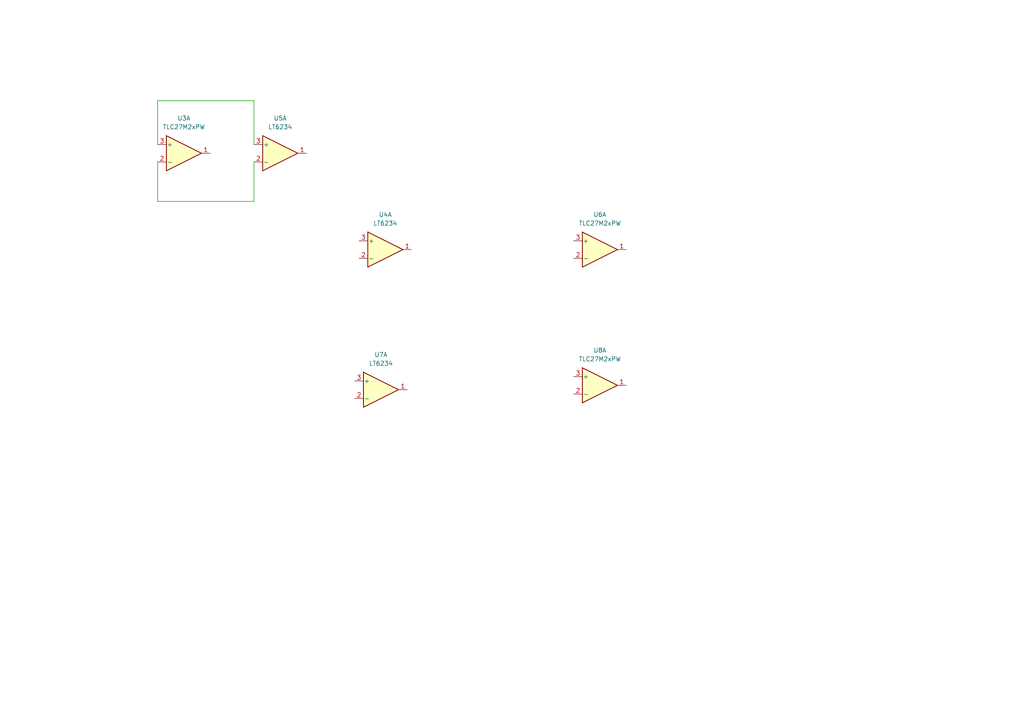
<source format=kicad_sch>
(kicad_sch (version 20250114) (generator "eeschema") (generator_version "9.0")
  (paper "A4")
  (title_block (title "A2SDI12") (date "2024-12-21") (rev "1"))
  (lib_symbols
    (symbol "Amplifier_Operational:LT6234" (pin_names (offset 0.127))
      (property "Reference" "U" (at 0 5.08 0))
      (property "Value" "LT6234" (at 0 -5.08 0))
      (symbol "LT6234_1_1"
        (polyline (pts (xy -5.08 5.08) (xy 5.08 0) (xy -5.08 -5.08) (xy -5.08 5.08)) (stroke (width 0.254)) (fill (type background)))
        (pin input line (at -7.62 2.54 0) (length 2.54) (name "+") (number "3"))
        (pin input line (at -7.62 -2.54 0) (length 2.54) (name "-") (number "2"))
        (pin output line (at 7.62 0 180) (length 2.54) (name "~") (number "1"))
      )
      (symbol "LT6234_2_1"
        (polyline (pts (xy -5.08 5.08) (xy 5.08 0) (xy -5.08 -5.08) (xy -5.08 5.08)) (stroke (width 0.254)) (fill (type background)))
        (pin input line (at -7.62 2.54 0) (length 2.54) (name "+") (number "5"))
        (pin input line (at -7.62 -2.54 0) (length 2.54) (name "-") (number "6"))
        (pin output line (at 7.62 0 180) (length 2.54) (name "~") (number "7"))
      )
      (symbol "LT6234_3_1"
        (pin power_in line (at -2.54 7.62 270) (length 3.81) (name "V+") (number "8"))
        (pin power_in line (at -2.54 -7.62 90) (length 3.81) (name "V-") (number "4"))
      )
    )
    (symbol "Amplifier_Operational:TLC27M2xPW" (pin_names (offset 0.127))
      (property "Reference" "U" (at 0 5.08 0))
      (property "Value" "TLC27M2xPW" (at 0 -5.08 0))
      (symbol "TLC27M2xPW_1_1"
        (polyline (pts (xy -5.08 5.08) (xy 5.08 0) (xy -5.08 -5.08) (xy -5.08 5.08)) (stroke (width 0.254)) (fill (type background)))
        (pin input line (at -7.62 2.54 0) (length 2.54) (name "+") (number "3"))
        (pin input line (at -7.62 -2.54 0) (length 2.54) (name "-") (number "2"))
        (pin output line (at 7.62 0 180) (length 2.54) (name "~") (number "1"))
      )
      (symbol "TLC27M2xPW_2_1"
        (polyline (pts (xy -5.08 5.08) (xy 5.08 0) (xy -5.08 -5.08) (xy -5.08 5.08)) (stroke (width 0.254)) (fill (type background)))
        (pin input line (at -7.62 2.54 0) (length 2.54) (name "+") (number "5"))
        (pin input line (at -7.62 -2.54 0) (length 2.54) (name "-") (number "6"))
        (pin output line (at 7.62 0 180) (length 2.54) (name "~") (number "7"))
      )
      (symbol "TLC27M2xPW_3_1"
        (pin power_in line (at -2.54 7.62 270) (length 3.81) (name "V+") (number "8"))
        (pin power_in line (at -2.54 -7.62 90) (length 3.81) (name "V-") (number "4"))
      )
    )
  )
  (wire (pts (xy 73.66 29.21) (xy 73.66 41.91)))
  (wire (pts (xy 45.72 58.42) (xy 73.66 58.42)))
  (wire (pts (xy 73.66 46.99) (xy 73.66 58.42)))
  (wire (pts (xy 45.72 29.21) (xy 73.66 29.21)))
  (wire (pts (xy 45.72 41.91) (xy 45.72 29.21)))
  (wire (pts (xy 45.72 46.99) (xy 45.72 58.42)))
  (symbol (lib_id "Amplifier_Operational:LT6234") (at 110.49 113.03 0) (unit 1)
    (property "Reference" "U7" (at 110.49 102.87 0))
    (property "Value" "LT6234" (at 110.49 105.41 0))
    (property "Footprint" "Package_SO:TSSOP-8_4.4x3mm_P0.65mm" (effects (hide yes)))
    (property "Datasheet" "https://www.analog.com/media/en/technical-documentation/data-sheets/623345fc.pdf" (effects (hide yes)))
    (property "Description" "Dual 60MHz, Rail-to-Rail Output, 1.9nV/√Hz, 1.2mA, Operational Amplifier, SOIC-8" (effects (hide yes)))
  )
  (symbol (lib_id "Amplifier_Operational:TLC27M2xPW") (at 173.99 72.39 0) (unit 1)
    (property "Reference" "U6" (at 173.99 62.23 0))
    (property "Value" "TLC27M2xPW" (at 173.99 64.77 0))
    (property "Footprint" "Package_SO:TSSOP-8_4.4x3mm_P0.65mm" (effects (hide yes)))
    (property "Datasheet" "https://www.ti.com/lit/ds/symlink/tlc27m2.pdf" (effects (hide yes)))
    (property "Description" "LinCMOS Precision Dual Operational Amplifiers, VIO_max = 10mV (at 25°C), VDD = 3..16V (C suffix) / VDD = 4..16V (I / M suffix), 525kHz unity-gain bandwidth (VDD = 5V, TA = 25°C), TSSOP-8" (effects (hide yes)))
  )
  (symbol (lib_id "Amplifier_Operational:TLC27M2xPW") (at 53.34 44.45 0) (unit 1)
    (property "Reference" "U3" (at 53.34 34.29 0))
    (property "Value" "TLC27M2xPW" (at 53.34 36.83 0))
    (property "Footprint" "Package_SO:TSSOP-8_4.4x3mm_P0.65mm" (effects (hide yes)))
    (property "Datasheet" "https://www.ti.com/lit/ds/symlink/tlc27m2.pdf" (effects (hide yes)))
    (property "Description" "LinCMOS Precision Dual Operational Amplifiers, VIO_max = 10mV (at 25°C), VDD = 3..16V (C suffix) / VDD = 4..16V (I / M suffix), 525kHz unity-gain bandwidth (VDD = 5V, TA = 25°C), TSSOP-8" (effects (hide yes)))
  )
  (symbol (lib_id "Amplifier_Operational:LT6234") (at 111.76 72.39 0) (unit 1)
    (property "Reference" "U4" (at 111.76 62.23 0))
    (property "Value" "LT6234" (at 111.76 64.77 0))
    (property "Footprint" "Package_SO:TSSOP-8_4.4x3mm_P0.65mm" (effects (hide yes)))
    (property "Datasheet" "https://www.analog.com/media/en/technical-documentation/data-sheets/623345fc.pdf" (effects (hide yes)))
    (property "Description" "Dual 60MHz, Rail-to-Rail Output, 1.9nV/√Hz, 1.2mA, Operational Amplifier, SOIC-8" (effects (hide yes)))
  )
  (symbol (lib_id "Amplifier_Operational:LT6234") (at 81.28 44.45 0) (unit 1)
    (property "Reference" "U5" (at 81.28 34.29 0))
    (property "Value" "LT6234" (at 81.28 36.83 0))
    (property "Footprint" "Package_SO:TSSOP-8_4.4x3mm_P0.65mm" (effects (hide yes)))
    (property "Datasheet" "https://www.analog.com/media/en/technical-documentation/data-sheets/623345fc.pdf" (effects (hide yes)))
    (property "Description" "Dual 60MHz, Rail-to-Rail Output, 1.9nV/√Hz, 1.2mA, Operational Amplifier, SOIC-8" (effects (hide yes)))
  )
  (symbol (lib_id "Amplifier_Operational:TLC27M2xPW") (at 173.99 111.76 0) (unit 1)
    (property "Reference" "U8" (at 173.99 101.6 0))
    (property "Value" "TLC27M2xPW" (at 173.99 104.14 0))
    (property "Footprint" "Package_SO:TSSOP-8_4.4x3mm_P0.65mm" (effects (hide yes)))
    (property "Datasheet" "https://www.ti.com/lit/ds/symlink/tlc27m2.pdf" (effects (hide yes)))
    (property "Description" "LinCMOS Precision Dual Operational Amplifiers, VIO_max = 10mV (at 25°C), VDD = 3..16V (C suffix) / VDD = 4..16V (I / M suffix), 525kHz unity-gain bandwidth (VDD = 5V, TA = 25°C), TSSOP-8" (effects (hide yes)))
  )
)
</source>
